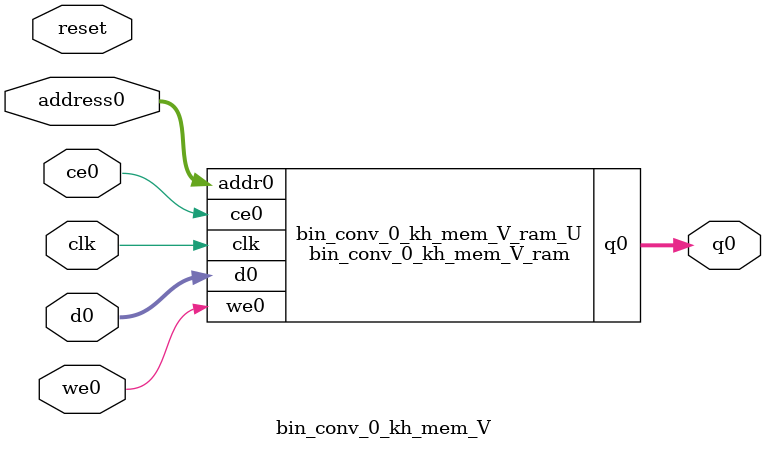
<source format=v>

`timescale 1 ns / 1 ps
module bin_conv_0_kh_mem_V_ram (addr0, ce0, d0, we0, q0,  clk);

parameter DWIDTH = 64;
parameter AWIDTH = 6;
parameter MEM_SIZE = 64;

input[AWIDTH-1:0] addr0;
input ce0;
input[DWIDTH-1:0] d0;
input we0;
output reg[DWIDTH-1:0] q0;
input clk;

(* ram_style = "block" *)reg [DWIDTH-1:0] ram[0:MEM_SIZE-1];




always @(posedge clk)  
begin 
    if (ce0) 
    begin
        if (we0) 
        begin 
            ram[addr0] <= d0; 
            q0 <= d0;
        end 
        else 
            q0 <= ram[addr0];
    end
end


endmodule


`timescale 1 ns / 1 ps
module bin_conv_0_kh_mem_V(
    reset,
    clk,
    address0,
    ce0,
    we0,
    d0,
    q0);

parameter DataWidth = 32'd64;
parameter AddressRange = 32'd64;
parameter AddressWidth = 32'd6;
input reset;
input clk;
input[AddressWidth - 1:0] address0;
input ce0;
input we0;
input[DataWidth - 1:0] d0;
output[DataWidth - 1:0] q0;



bin_conv_0_kh_mem_V_ram bin_conv_0_kh_mem_V_ram_U(
    .clk( clk ),
    .addr0( address0 ),
    .ce0( ce0 ),
    .we0( we0 ),
    .d0( d0 ),
    .q0( q0 ));

endmodule


</source>
